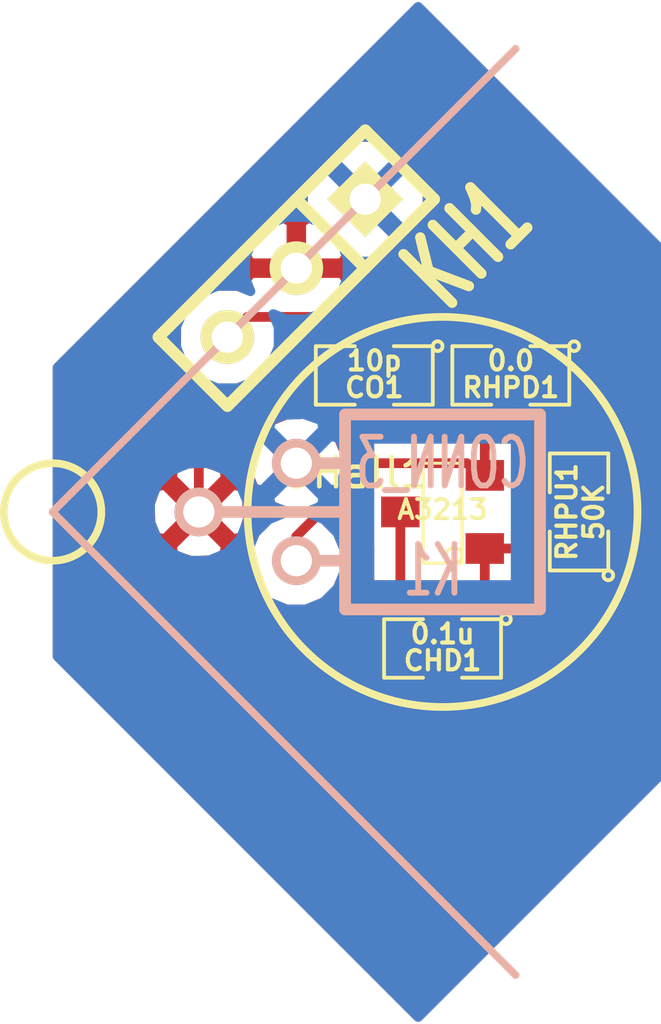
<source format=kicad_pcb>
(kicad_pcb (version 3) (host pcbnew "(2013-mar-25)-stable")

  (general
    (links 13)
    (no_connects 1)
    (area 49.429999 37.465 66.675001 64.135001)
    (thickness 1.6)
    (drawings 4)
    (tracks 26)
    (zones 0)
    (modules 7)
    (nets 5)
  )

  (page USLetter)
  (layers
    (15 F.Cu signal)
    (0 B.Cu signal)
    (16 B.Adhes user)
    (17 F.Adhes user)
    (18 B.Paste user)
    (19 F.Paste user)
    (20 B.SilkS user)
    (21 F.SilkS user)
    (22 B.Mask user)
    (23 F.Mask user)
    (24 Dwgs.User user)
    (25 Cmts.User user)
    (26 Eco1.User user)
    (27 Eco2.User user)
    (28 Edge.Cuts user)
  )

  (setup
    (last_trace_width 0.254)
    (trace_clearance 0.254)
    (zone_clearance 0.508)
    (zone_45_only no)
    (trace_min 0.1524)
    (segment_width 0.2)
    (edge_width 0.15)
    (via_size 0.889)
    (via_drill 0.635)
    (via_min_size 0.889)
    (via_min_drill 0.508)
    (uvia_size 0.508)
    (uvia_drill 0.127)
    (uvias_allowed no)
    (uvia_min_size 0.508)
    (uvia_min_drill 0.127)
    (pcb_text_width 0.3)
    (pcb_text_size 1 1)
    (mod_edge_width 0.15)
    (mod_text_size 1 1)
    (mod_text_width 0.15)
    (pad_size 1 1)
    (pad_drill 0.6)
    (pad_to_mask_clearance 0)
    (aux_axis_origin 50.8 50.8)
    (visible_elements 7FFFFFFF)
    (pcbplotparams
      (layerselection 271613953)
      (usegerberextensions false)
      (excludeedgelayer true)
      (linewidth 0)
      (plotframeref false)
      (viasonmask false)
      (mode 1)
      (useauxorigin false)
      (hpglpennumber 1)
      (hpglpenspeed 20)
      (hpglpendiameter 15)
      (hpglpenoverlay 2)
      (psnegative false)
      (psa4output false)
      (plotreference true)
      (plotvalue true)
      (plotothertext true)
      (plotinvisibletext false)
      (padsonsilk false)
      (subtractmaskfromsilk false)
      (outputformat 3)
      (mirror false)
      (drillshape 0)
      (scaleselection 1)
      (outputdirectory DXF/))
  )

  (net 0 "")
  (net 1 +5V)
  (net 2 /HALL)
  (net 3 /VOUT)
  (net 4 GND)

  (net_class Default "This is the default net class."
    (clearance 0.254)
    (trace_width 0.254)
    (via_dia 0.889)
    (via_drill 0.635)
    (uvia_dia 0.508)
    (uvia_drill 0.127)
    (add_net "")
    (add_net +5V)
    (add_net /HALL)
    (add_net /VOUT)
    (add_net GND)
  )

  (net_class "OSHPark Minimum" ""
    (clearance 0.1524)
    (trace_width 0.1524)
    (via_dia 0.889)
    (via_drill 0.635)
    (uvia_dia 0.508)
    (uvia_drill 0.3302)
  )

  (module SM0805 (layer F.Cu) (tedit 5091495C) (tstamp 524450E6)
    (at 59.182 47.244 180)
    (path /524444A3)
    (attr smd)
    (fp_text reference CO1 (at 0 -0.3175 180) (layer F.SilkS)
      (effects (font (size 0.50038 0.50038) (thickness 0.10922)))
    )
    (fp_text value 10p (at 0 0.381 180) (layer F.SilkS)
      (effects (font (size 0.50038 0.50038) (thickness 0.10922)))
    )
    (fp_circle (center -1.651 0.762) (end -1.651 0.635) (layer F.SilkS) (width 0.09906))
    (fp_line (start -0.508 0.762) (end -1.524 0.762) (layer F.SilkS) (width 0.09906))
    (fp_line (start -1.524 0.762) (end -1.524 -0.762) (layer F.SilkS) (width 0.09906))
    (fp_line (start -1.524 -0.762) (end -0.508 -0.762) (layer F.SilkS) (width 0.09906))
    (fp_line (start 0.508 -0.762) (end 1.524 -0.762) (layer F.SilkS) (width 0.09906))
    (fp_line (start 1.524 -0.762) (end 1.524 0.762) (layer F.SilkS) (width 0.09906))
    (fp_line (start 1.524 0.762) (end 0.508 0.762) (layer F.SilkS) (width 0.09906))
    (pad 1 smd rect (at -0.9525 0 180) (size 0.889 1.397)
      (layers F.Cu F.Paste F.Mask)
      (net 3 /VOUT)
    )
    (pad 2 smd rect (at 0.9525 0 180) (size 0.889 1.397)
      (layers F.Cu F.Paste F.Mask)
      (net 4 GND)
    )
    (model smd/chip_cms.wrl
      (at (xyz 0 0 0))
      (scale (xyz 0.1 0.1 0.1))
      (rotate (xyz 0 0 0))
    )
  )

  (module SM0805 (layer F.Cu) (tedit 5091495C) (tstamp 5244511A)
    (at 62.738 47.244 180)
    (path /52444269)
    (attr smd)
    (fp_text reference RHPD1 (at 0 -0.3175 180) (layer F.SilkS)
      (effects (font (size 0.50038 0.50038) (thickness 0.10922)))
    )
    (fp_text value 0.0 (at 0 0.381 180) (layer F.SilkS)
      (effects (font (size 0.50038 0.50038) (thickness 0.10922)))
    )
    (fp_circle (center -1.651 0.762) (end -1.651 0.635) (layer F.SilkS) (width 0.09906))
    (fp_line (start -0.508 0.762) (end -1.524 0.762) (layer F.SilkS) (width 0.09906))
    (fp_line (start -1.524 0.762) (end -1.524 -0.762) (layer F.SilkS) (width 0.09906))
    (fp_line (start -1.524 -0.762) (end -0.508 -0.762) (layer F.SilkS) (width 0.09906))
    (fp_line (start 0.508 -0.762) (end 1.524 -0.762) (layer F.SilkS) (width 0.09906))
    (fp_line (start 1.524 -0.762) (end 1.524 0.762) (layer F.SilkS) (width 0.09906))
    (fp_line (start 1.524 0.762) (end 0.508 0.762) (layer F.SilkS) (width 0.09906))
    (pad 1 smd rect (at -0.9525 0 180) (size 0.889 1.397)
      (layers F.Cu F.Paste F.Mask)
      (net 3 /VOUT)
    )
    (pad 2 smd rect (at 0.9525 0 180) (size 0.889 1.397)
      (layers F.Cu F.Paste F.Mask)
      (net 2 /HALL)
    )
    (model smd/chip_cms.wrl
      (at (xyz 0 0 0))
      (scale (xyz 0.1 0.1 0.1))
      (rotate (xyz 0 0 0))
    )
  )

  (module SM0805 (layer F.Cu) (tedit 5091495C) (tstamp 5244514E)
    (at 64.516 50.8 90)
    (path /524440E7)
    (attr smd)
    (fp_text reference RHPU1 (at 0 -0.3175 90) (layer F.SilkS)
      (effects (font (size 0.50038 0.50038) (thickness 0.10922)))
    )
    (fp_text value 50K (at 0 0.381 90) (layer F.SilkS)
      (effects (font (size 0.50038 0.50038) (thickness 0.10922)))
    )
    (fp_circle (center -1.651 0.762) (end -1.651 0.635) (layer F.SilkS) (width 0.09906))
    (fp_line (start -0.508 0.762) (end -1.524 0.762) (layer F.SilkS) (width 0.09906))
    (fp_line (start -1.524 0.762) (end -1.524 -0.762) (layer F.SilkS) (width 0.09906))
    (fp_line (start -1.524 -0.762) (end -0.508 -0.762) (layer F.SilkS) (width 0.09906))
    (fp_line (start 0.508 -0.762) (end 1.524 -0.762) (layer F.SilkS) (width 0.09906))
    (fp_line (start 1.524 -0.762) (end 1.524 0.762) (layer F.SilkS) (width 0.09906))
    (fp_line (start 1.524 0.762) (end 0.508 0.762) (layer F.SilkS) (width 0.09906))
    (pad 1 smd rect (at -0.9525 0 90) (size 0.889 1.397)
      (layers F.Cu F.Paste F.Mask)
      (net 1 +5V)
    )
    (pad 2 smd rect (at 0.9525 0 90) (size 0.889 1.397)
      (layers F.Cu F.Paste F.Mask)
      (net 3 /VOUT)
    )
    (model smd/chip_cms.wrl
      (at (xyz 0 0 0))
      (scale (xyz 0.1 0.1 0.1))
      (rotate (xyz 0 0 0))
    )
  )

  (module SOT23-SPECIAL (layer F.Cu) (tedit 52448C6B) (tstamp 52445055)
    (at 60.96 50.8 90)
    (descr "SZOT23 with PIN 2 and 3 swapped, for Diodes")
    (tags SOT23)
    (path /5244347B)
    (attr smd)
    (fp_text reference UHall1 (at 1.016 -2.286 180) (layer F.SilkS)
      (effects (font (size 0.762 0.762) (thickness 0.11938)))
    )
    (fp_text value A3213 (at 0.0635 0 180) (layer F.SilkS)
      (effects (font (size 0.50038 0.50038) (thickness 0.09906)))
    )
    (fp_circle (center -1.12522 0.29972) (end -1.12522 0.50038) (layer F.SilkS) (width 0.07874))
    (fp_line (start 1.27 -0.508) (end 1.27 0.508) (layer F.SilkS) (width 0.07874))
    (fp_line (start -1.3335 -0.508) (end -1.3335 0.508) (layer F.SilkS) (width 0.07874))
    (fp_line (start 1.27 0.508) (end -1.3335 0.508) (layer F.SilkS) (width 0.07874))
    (fp_line (start -1.3335 -0.508) (end 1.27 -0.508) (layer F.SilkS) (width 0.07874))
    (pad 2 smd rect (at 0 -1.09982 90) (size 0.8001 1.00076)
      (layers F.Cu F.Paste F.Mask)
      (net 4 GND)
    )
    (pad 3 smd rect (at 0.9525 1.09982 90) (size 0.8001 1.00076)
      (layers F.Cu F.Paste F.Mask)
      (net 2 /HALL)
    )
    (pad 1 smd rect (at -0.9525 1.09982 90) (size 0.8001 1.00076)
      (layers F.Cu F.Paste F.Mask)
      (net 1 +5V)
    )
    (model smd\SOT23_3.wrl
      (at (xyz 0 0 0))
      (scale (xyz 0.4 0.4 0.4))
      (rotate (xyz 0 0 180))
    )
  )

  (module SIL-3 (layer F.Cu) (tedit 5244E312) (tstamp 5244DDEE)
    (at 57.15 44.45 225)
    (descr "Connecteur 3 pins")
    (tags "CONN DEV")
    (path /5244802B)
    (fp_text reference KH1 (at -3.592102 -2.694077 225) (layer F.SilkS)
      (effects (font (size 1.7907 1.07696) (thickness 0.3048)))
    )
    (fp_text value CONN_3 (at 0 -2.54 225) (layer F.SilkS) hide
      (effects (font (size 1.524 1.016) (thickness 0.3048)))
    )
    (fp_line (start -3.81 1.27) (end -3.81 -1.27) (layer F.SilkS) (width 0.3048))
    (fp_line (start -3.81 -1.27) (end 3.81 -1.27) (layer F.SilkS) (width 0.3048))
    (fp_line (start 3.81 -1.27) (end 3.81 1.27) (layer F.SilkS) (width 0.3048))
    (fp_line (start 3.81 1.27) (end -3.81 1.27) (layer F.SilkS) (width 0.3048))
    (fp_line (start -1.27 -1.27) (end -1.27 1.27) (layer F.SilkS) (width 0.3048))
    (pad 1 thru_hole rect (at -2.54 0 225) (size 1.397 1.397) (drill 0.8128)
      (layers *.Cu *.Mask F.SilkS)
      (net 1 +5V)
    )
    (pad 2 thru_hole circle (at 0 0 225) (size 1.397 1.397) (drill 0.8128)
      (layers *.Cu *.Mask F.SilkS)
      (net 4 GND)
    )
    (pad 3 thru_hole circle (at 2.54 0 225) (size 1.397 1.397) (drill 0.8128)
      (layers *.Cu *.Mask F.SilkS)
      (net 3 /VOUT)
    )
  )

  (module SM0805 (layer F.Cu) (tedit 5091495C) (tstamp 5244508E)
    (at 60.96 54.356 180)
    (path /52443F3E)
    (attr smd)
    (fp_text reference CHD1 (at 0 -0.3175 180) (layer F.SilkS)
      (effects (font (size 0.50038 0.50038) (thickness 0.10922)))
    )
    (fp_text value 0.1u (at 0 0.381 180) (layer F.SilkS)
      (effects (font (size 0.50038 0.50038) (thickness 0.10922)))
    )
    (fp_circle (center -1.651 0.762) (end -1.651 0.635) (layer F.SilkS) (width 0.09906))
    (fp_line (start -0.508 0.762) (end -1.524 0.762) (layer F.SilkS) (width 0.09906))
    (fp_line (start -1.524 0.762) (end -1.524 -0.762) (layer F.SilkS) (width 0.09906))
    (fp_line (start -1.524 -0.762) (end -0.508 -0.762) (layer F.SilkS) (width 0.09906))
    (fp_line (start 0.508 -0.762) (end 1.524 -0.762) (layer F.SilkS) (width 0.09906))
    (fp_line (start 1.524 -0.762) (end 1.524 0.762) (layer F.SilkS) (width 0.09906))
    (fp_line (start 1.524 0.762) (end 0.508 0.762) (layer F.SilkS) (width 0.09906))
    (pad 1 smd rect (at -0.9525 0 180) (size 0.889 1.397)
      (layers F.Cu F.Paste F.Mask)
      (net 1 +5V)
    )
    (pad 2 smd rect (at 0.9525 0 180) (size 0.889 1.397)
      (layers F.Cu F.Paste F.Mask)
      (net 4 GND)
    )
    (model smd/chip_cms.wrl
      (at (xyz 0 0 0))
      (scale (xyz 0.1 0.1 0.1))
      (rotate (xyz 0 0 0))
    )
  )

  (module TO92H (layer B.Cu) (tedit 52448F4C) (tstamp 52448EC4)
    (at 55.88 50.8)
    (path /52449005)
    (fp_text reference K1 (at 4.826 1.524) (layer B.SilkS)
      (effects (font (size 1.27 0.762) (thickness 0.1524)) (justify mirror))
    )
    (fp_text value CONN_3 (at 5.08 -1.27) (layer B.SilkS)
      (effects (font (size 1.27 0.762) (thickness 0.1524)) (justify mirror))
    )
    (fp_line (start 2.54 2.54) (end 7.62 2.54) (layer B.SilkS) (width 0.3048))
    (fp_line (start 7.62 2.54) (end 7.62 -2.54) (layer B.SilkS) (width 0.3048))
    (fp_line (start 7.62 -2.54) (end 2.54 -2.54) (layer B.SilkS) (width 0.3048))
    (fp_line (start 2.54 -2.54) (end 2.54 2.54) (layer B.SilkS) (width 0.3048))
    (fp_line (start 1.27 1.27) (end 2.54 1.27) (layer B.SilkS) (width 0.3048))
    (fp_line (start -1.27 0) (end 2.54 0) (layer B.SilkS) (width 0.3048))
    (fp_line (start 1.27 -1.27) (end 2.54 -1.27) (layer B.SilkS) (width 0.3048))
    (pad 2 thru_hole circle (at -1.27 0) (size 1.27 1.27) (drill 0.8128)
      (layers *.Cu *.Mask B.SilkS)
      (net 4 GND)
    )
    (pad 1 thru_hole circle (at 1.27 -1.27) (size 1.27 1.27) (drill 0.8128)
      (layers *.Cu *.Mask B.SilkS)
      (net 1 +5V)
    )
    (pad 3 thru_hole circle (at 1.27 1.27) (size 1.27 1.27) (drill 0.8128)
      (layers *.Cu *.Mask B.SilkS)
      (net 2 /HALL)
    )
  )

  (gr_line (start 50.8 50.8) (end 62.865 62.865) (angle 90) (layer B.SilkS) (width 0.2))
  (gr_line (start 50.8 50.8) (end 62.865 38.735) (angle 90) (layer B.SilkS) (width 0.2))
  (gr_circle (center 60.96 50.8) (end 66.04 50.8) (layer F.SilkS) (width 0.2))
  (gr_circle (center 50.8 50.8) (end 52.07 50.8) (layer F.SilkS) (width 0.2))

  (segment (start 61.9125 54.356) (end 61.9125 55.979602) (width 0.254) (layer F.Cu) (net 1))
  (segment (start 61.9125 55.979602) (end 58.946051 58.946051) (width 0.254) (layer F.Cu) (net 1) (tstamp 5244E5E5))
  (segment (start 62.05982 51.7525) (end 62.05982 54.20868) (width 0.254) (layer F.Cu) (net 1))
  (segment (start 62.05982 54.20868) (end 61.9125 54.356) (width 0.254) (layer F.Cu) (net 1) (tstamp 5244E575))
  (segment (start 62.05982 51.7525) (end 64.516 51.7525) (width 0.254) (layer F.Cu) (net 1))
  (segment (start 57.15 52.07) (end 57.15 51.435) (width 0.254) (layer F.Cu) (net 2))
  (segment (start 61.595 49.53) (end 62.05982 49.8475) (width 0.254) (layer F.Cu) (net 2) (tstamp 5244E566))
  (segment (start 59.055 49.53) (end 61.595 49.53) (width 0.254) (layer F.Cu) (net 2) (tstamp 5244E55E))
  (segment (start 57.15 51.435) (end 59.055 49.53) (width 0.254) (layer F.Cu) (net 2) (tstamp 5244E551))
  (segment (start 62.05982 49.8475) (end 62.05982 47.51832) (width 0.254) (layer F.Cu) (net 2))
  (segment (start 62.05982 47.51832) (end 61.7855 47.244) (width 0.254) (layer F.Cu) (net 2) (tstamp 5244E548))
  (segment (start 64.516 49.8475) (end 64.516 48.0695) (width 0.254) (layer F.Cu) (net 3))
  (segment (start 64.516 48.0695) (end 63.6905 47.244) (width 0.254) (layer F.Cu) (net 3) (tstamp 5244EB93))
  (segment (start 60.1345 47.244) (end 60.1345 45.72) (width 0.254) (layer F.Cu) (net 3))
  (segment (start 60.1345 45.72) (end 60.325 45.72) (width 0.254) (layer F.Cu) (net 3) (tstamp 5244E524))
  (segment (start 55.88 45.72) (end 55.353949 46.246051) (width 0.254) (layer F.Cu) (net 3) (tstamp 5244E51C))
  (segment (start 62.1665 45.72) (end 60.325 45.72) (width 0.254) (layer F.Cu) (net 3) (tstamp 5244E502))
  (segment (start 60.325 45.72) (end 55.88 45.72) (width 0.254) (layer F.Cu) (net 3) (tstamp 5244E52B))
  (segment (start 64.516 48.0695) (end 62.1665 45.72) (width 0.254) (layer F.Cu) (net 3) (tstamp 5244E4FF))
  (segment (start 60.0075 54.356) (end 59.944 54.356) (width 0.254) (layer F.Cu) (net 4))
  (segment (start 59.944 54.356) (end 57.15 57.15) (width 0.254) (layer F.Cu) (net 4) (tstamp 5244E62C))
  (segment (start 58.2295 47.244) (end 56.261 47.244) (width 0.254) (layer F.Cu) (net 4))
  (segment (start 56.261 47.244) (end 54.61 48.895) (width 0.254) (layer F.Cu) (net 4) (tstamp 5244E5A3))
  (segment (start 54.61 48.895) (end 54.61 50.8) (width 0.254) (layer F.Cu) (net 4) (tstamp 5244E5AD))
  (segment (start 59.86018 50.8) (end 59.86018 54.20868) (width 0.254) (layer F.Cu) (net 4))
  (segment (start 59.86018 54.20868) (end 60.0075 54.356) (width 0.254) (layer F.Cu) (net 4) (tstamp 5244E58B))

  (zone (net 0) (net_name "") (layer F.Cu) (tstamp 52458F0A) (hatch edge 0.508)
    (connect_pads (clearance 0.508))
    (min_thickness 0.254)
    (keepout (tracks allowed) (vias allowed) (copperpour not_allowed))
    (fill (arc_segments 16) (thermal_gap 0.508) (thermal_bridge_width 0.508))
    (polygon
      (pts
        (xy 62.738 52.578) (xy 59.182 52.578) (xy 59.182 49.022) (xy 62.738 49.022)
      )
    )
  )
  (zone (net 0) (net_name "") (layer B.Cu) (tstamp 52458F1C) (hatch edge 0.508)
    (connect_pads (clearance 0.508))
    (min_thickness 0.254)
    (keepout (tracks allowed) (vias allowed) (copperpour not_allowed))
    (fill (arc_segments 16) (thermal_gap 0.508) (thermal_bridge_width 0.508))
    (polygon
      (pts
        (xy 62.738 52.578) (xy 59.182 52.578) (xy 59.182 49.022) (xy 62.738 49.022)
      )
    )
  )
  (zone (net 4) (net_name GND) (layer F.Cu) (tstamp 52463AFE) (hatch edge 0.508)
    (connect_pads (clearance 0.508))
    (min_thickness 0.254)
    (fill (arc_segments 16) (thermal_gap 0.508) (thermal_bridge_width 0.508))
    (polygon
      (pts
        (xy 66.675 57.785) (xy 62.23 62.23) (xy 60.325 64.135) (xy 50.8 54.61) (xy 50.8 50.8)
        (xy 50.8 47.625) (xy 50.8 46.99) (xy 60.325 37.465) (xy 62.23 39.37) (xy 66.675 43.815)
        (xy 66.675 57.785)
      )
    )
    (filled_polygon
      (pts
        (xy 66.548 57.732395) (xy 65.84961 58.430784) (xy 65.84961 52.071245) (xy 65.84961 51.182245) (xy 65.753141 50.948771)
        (xy 65.604526 50.799897) (xy 65.752513 50.652168) (xy 65.849389 50.418864) (xy 65.84961 50.166245) (xy 65.84961 49.277245)
        (xy 65.753141 49.043771) (xy 65.574668 48.864987) (xy 65.341364 48.768111) (xy 65.278 48.768055) (xy 65.278 48.0695)
        (xy 65.277999 48.069499) (xy 65.219996 47.777895) (xy 65.054815 47.530685) (xy 65.054815 47.530684) (xy 64.77011 47.245979)
        (xy 64.77011 46.419745) (xy 64.673641 46.186271) (xy 64.495168 46.007487) (xy 64.261864 45.910611) (xy 64.009245 45.91039)
        (xy 63.43452 45.91039) (xy 62.705315 45.181185) (xy 62.458105 45.016004) (xy 62.1665 44.958) (xy 60.568989 44.958)
        (xy 60.568989 42.528194) (xy 60.47252 42.294721) (xy 60.294048 42.115936) (xy 59.306219 41.128108) (xy 59.072914 41.031231)
        (xy 58.820296 41.031011) (xy 58.586823 41.12748) (xy 58.408038 41.305952) (xy 57.42021 42.293781) (xy 57.323333 42.527086)
        (xy 57.323113 42.779704) (xy 57.419582 43.013177) (xy 57.575604 43.169473) (xy 57.487198 43.132854) (xy 57.277 43.255861)
        (xy 57.277 44.143392) (xy 57.164141 44.256251) (xy 57.343749 44.435859) (xy 57.456608 44.323) (xy 58.344139 44.323)
        (xy 58.467146 44.112802) (xy 58.419506 44.013413) (xy 58.585883 44.17979) (xy 58.819188 44.276667) (xy 59.071806 44.276887)
        (xy 59.305279 44.180418) (xy 59.484064 44.001946) (xy 60.471892 43.014117) (xy 60.568769 42.780812) (xy 60.568989 42.528194)
        (xy 60.568989 44.958) (xy 60.325 44.958) (xy 60.1345 44.958) (xy 58.396397 44.958) (xy 58.467146 44.787198)
        (xy 58.344139 44.577) (xy 57.456608 44.577) (xy 57.343749 44.464141) (xy 57.164141 44.643749) (xy 57.277 44.756608)
        (xy 57.277 44.958) (xy 57.023 44.958) (xy 57.023 44.756608) (xy 57.135859 44.643749) (xy 57.023 44.53089)
        (xy 57.023 44.323) (xy 57.023 43.255861) (xy 56.812802 43.132854) (xy 56.33442 43.362156) (xy 55.980202 43.757072)
        (xy 55.832854 44.112802) (xy 55.955861 44.323) (xy 57.023 44.323) (xy 57.023 44.53089) (xy 56.956251 44.464141)
        (xy 56.843392 44.577) (xy 55.955861 44.577) (xy 55.832854 44.787198) (xy 55.914724 44.958) (xy 55.88 44.958)
        (xy 55.778079 44.978273) (xy 55.778078 44.978273) (xy 55.620362 44.912784) (xy 55.089863 44.912321) (xy 54.599569 45.114906)
        (xy 54.224123 45.489698) (xy 54.020682 45.979638) (xy 54.020219 46.510137) (xy 54.222804 47.000431) (xy 54.597596 47.375877)
        (xy 55.087536 47.579318) (xy 55.618035 47.579781) (xy 56.108329 47.377196) (xy 56.483775 47.002404) (xy 56.687216 46.512464)
        (xy 56.687242 46.482) (xy 57.150055 46.482) (xy 57.14989 46.671255) (xy 57.15 46.95825) (xy 57.30875 47.117)
        (xy 58.1025 47.117) (xy 58.1025 47.097) (xy 58.3565 47.097) (xy 58.3565 47.117) (xy 58.3765 47.117)
        (xy 58.3765 47.371) (xy 58.3565 47.371) (xy 58.3565 48.41875) (xy 58.51525 48.5775) (xy 58.799755 48.57761)
        (xy 59.033229 48.481141) (xy 59.182102 48.332526) (xy 59.329832 48.480513) (xy 59.563136 48.577389) (xy 59.815755 48.57761)
        (xy 60.704755 48.57761) (xy 60.938229 48.481141) (xy 60.959881 48.459526) (xy 60.980832 48.480513) (xy 61.214136 48.577389)
        (xy 61.29782 48.577462) (xy 61.29782 48.768) (xy 59.055 48.768) (xy 58.763395 48.826004) (xy 58.516184 48.991185)
        (xy 58.364274 49.143094) (xy 58.227281 48.811543) (xy 57.968719 48.55253) (xy 58.1025 48.41875) (xy 58.1025 47.371)
        (xy 57.30875 47.371) (xy 57.15 47.52975) (xy 57.14989 47.816745) (xy 57.150111 48.069364) (xy 57.229298 48.260069)
        (xy 56.89849 48.259781) (xy 56.431543 48.452719) (xy 56.073975 48.809664) (xy 55.880222 49.276273) (xy 55.879781 49.78151)
        (xy 56.072719 50.248457) (xy 56.429664 50.606025) (xy 56.762951 50.744418) (xy 56.611185 50.896185) (xy 56.590594 50.927)
        (xy 56.431543 50.992719) (xy 56.073975 51.349664) (xy 55.892679 51.786273) (xy 55.892679 50.977335) (xy 55.862904 50.472976)
        (xy 55.727178 50.145304) (xy 55.498132 50.091473) (xy 55.318527 50.271078) (xy 55.318527 49.911868) (xy 55.264696 49.682822)
        (xy 54.787335 49.517321) (xy 54.282976 49.547096) (xy 53.955304 49.682822) (xy 53.901473 49.911868) (xy 54.61 50.620395)
        (xy 55.318527 49.911868) (xy 55.318527 50.271078) (xy 54.789605 50.8) (xy 55.498132 51.508527) (xy 55.727178 51.454696)
        (xy 55.892679 50.977335) (xy 55.892679 51.786273) (xy 55.880222 51.816273) (xy 55.879781 52.32151) (xy 56.072719 52.788457)
        (xy 56.429664 53.146025) (xy 56.896273 53.339778) (xy 57.40151 53.340219) (xy 57.868457 53.147281) (xy 58.226025 52.790336)
        (xy 58.419778 52.323727) (xy 58.420219 51.81849) (xy 58.251784 51.410845) (xy 58.735627 50.927002) (xy 58.883548 50.927002)
        (xy 58.7248 51.08575) (xy 58.72469 51.325805) (xy 58.821159 51.559279) (xy 58.999632 51.738063) (xy 59.055 51.761053)
        (xy 59.055 52.705) (xy 61.23404 52.705) (xy 61.29782 52.731483) (xy 61.29782 53.040745) (xy 61.108771 53.118859)
        (xy 60.96 53.267371) (xy 60.811229 53.118859) (xy 60.577755 53.02239) (xy 60.29325 53.0225) (xy 60.1345 53.18125)
        (xy 60.1345 54.229) (xy 60.1545 54.229) (xy 60.1545 54.483) (xy 60.1345 54.483) (xy 60.1345 55.53075)
        (xy 60.29325 55.6895) (xy 60.577755 55.68961) (xy 60.811229 55.593141) (xy 60.960102 55.444526) (xy 61.107832 55.592513)
        (xy 61.1505 55.61023) (xy 61.1505 55.663971) (xy 59.8805 56.933971) (xy 59.8805 55.53075) (xy 59.8805 54.483)
        (xy 59.8805 54.229) (xy 59.8805 53.18125) (xy 59.72175 53.0225) (xy 59.437245 53.02239) (xy 59.203771 53.118859)
        (xy 59.024987 53.297332) (xy 58.928111 53.530636) (xy 58.92789 53.783255) (xy 58.928 54.07025) (xy 59.08675 54.229)
        (xy 59.8805 54.229) (xy 59.8805 54.483) (xy 59.08675 54.483) (xy 58.928 54.64175) (xy 58.92789 54.928745)
        (xy 58.928111 55.181364) (xy 59.024987 55.414668) (xy 59.203771 55.593141) (xy 59.437245 55.68961) (xy 59.72175 55.6895)
        (xy 59.8805 55.53075) (xy 59.8805 56.933971) (xy 58.407236 58.407236) (xy 58.242055 58.654447) (xy 58.184052 58.946051)
        (xy 58.242055 59.237655) (xy 58.407236 59.484866) (xy 58.654447 59.650047) (xy 58.946051 59.70805) (xy 59.237655 59.650047)
        (xy 59.484866 59.484866) (xy 62.451315 56.518418) (xy 62.451315 56.518417) (xy 62.616496 56.271207) (xy 62.674499 55.979602)
        (xy 62.6745 55.979602) (xy 62.6745 55.610382) (xy 62.716229 55.593141) (xy 62.895013 55.414668) (xy 62.991889 55.181364)
        (xy 62.99211 54.928745) (xy 62.99211 53.531745) (xy 62.895641 53.298271) (xy 62.82182 53.224321) (xy 62.82182 52.731522)
        (xy 62.919429 52.691191) (xy 63.096427 52.5145) (xy 63.261617 52.5145) (xy 63.278859 52.556229) (xy 63.457332 52.735013)
        (xy 63.690636 52.831889) (xy 63.943255 52.83211) (xy 65.340255 52.83211) (xy 65.573729 52.735641) (xy 65.752513 52.557168)
        (xy 65.849389 52.323864) (xy 65.84961 52.071245) (xy 65.84961 58.430784) (xy 62.140197 62.140197) (xy 60.325 63.955395)
        (xy 55.318527 58.948922) (xy 55.318527 51.688132) (xy 54.61 50.979605) (xy 54.430395 51.15921) (xy 54.430395 50.8)
        (xy 53.721868 50.091473) (xy 53.492822 50.145304) (xy 53.327321 50.622665) (xy 53.357096 51.127024) (xy 53.492822 51.454696)
        (xy 53.721868 51.508527) (xy 54.430395 50.8) (xy 54.430395 51.15921) (xy 53.901473 51.688132) (xy 53.955304 51.917178)
        (xy 54.432665 52.082679) (xy 54.937024 52.052904) (xy 55.264696 51.917178) (xy 55.318527 51.688132) (xy 55.318527 58.948922)
        (xy 50.927 54.557395) (xy 50.927 50.8) (xy 50.927 47.625) (xy 50.927 47.042605) (xy 60.325 37.644605)
        (xy 62.140197 39.459803) (xy 66.548 43.867605) (xy 66.548 57.732395)
      )
    )
  )
  (zone (net 1) (net_name +5V) (layer B.Cu) (tstamp 52463B11) (hatch edge 0.508)
    (connect_pads (clearance 0.508))
    (min_thickness 0.254)
    (fill (arc_segments 16) (thermal_gap 0.508) (thermal_bridge_width 0.508))
    (polygon
      (pts
        (xy 66.675 57.785) (xy 62.23 62.23) (xy 60.325 64.135) (xy 50.8 54.61) (xy 50.8 53.975)
        (xy 50.8 50.8) (xy 50.8 46.99) (xy 60.325 37.465) (xy 62.23 39.37) (xy 66.675 43.815)
        (xy 66.675 57.785)
      )
    )
    (filled_polygon
      (pts
        (xy 66.548 57.732395) (xy 62.865 61.415394) (xy 62.865 52.705) (xy 62.865 48.895) (xy 60.568989 48.895)
        (xy 60.568989 42.528194) (xy 60.47252 42.294721) (xy 60.294048 42.115936) (xy 60.091034 41.913078) (xy 59.866527 41.913078)
        (xy 59.686922 42.092683) (xy 59.686922 41.733473) (xy 59.686922 41.508966) (xy 59.484064 41.305952) (xy 59.305279 41.12748)
        (xy 59.071806 41.031011) (xy 58.819188 41.031231) (xy 58.585883 41.128108) (xy 58.20518 41.508966) (xy 58.20518 41.733473)
        (xy 58.946051 42.474344) (xy 59.686922 41.733473) (xy 59.686922 42.092683) (xy 59.125656 42.653949) (xy 59.866527 43.39482)
        (xy 60.091034 43.39482) (xy 60.471892 43.014117) (xy 60.568769 42.780812) (xy 60.568989 42.528194) (xy 60.568989 48.895)
        (xy 59.686922 48.895) (xy 59.686922 43.798932) (xy 59.686922 43.574425) (xy 58.946051 42.833554) (xy 58.931908 42.847696)
        (xy 58.752303 42.668091) (xy 58.766446 42.653949) (xy 58.025575 41.913078) (xy 57.801068 41.913078) (xy 57.42021 42.293781)
        (xy 57.323333 42.527086) (xy 57.323113 42.779704) (xy 57.419582 43.013177) (xy 57.598054 43.191962) (xy 57.598387 43.192295)
        (xy 57.416413 43.116733) (xy 56.885914 43.11627) (xy 56.39562 43.318855) (xy 56.020174 43.693647) (xy 55.816733 44.183587)
        (xy 55.81627 44.714086) (xy 55.955947 45.052131) (xy 55.620362 44.912784) (xy 55.089863 44.912321) (xy 54.599569 45.114906)
        (xy 54.224123 45.489698) (xy 54.020682 45.979638) (xy 54.020219 46.510137) (xy 54.222804 47.000431) (xy 54.597596 47.375877)
        (xy 55.087536 47.579318) (xy 55.618035 47.579781) (xy 56.108329 47.377196) (xy 56.483775 47.002404) (xy 56.687216 46.512464)
        (xy 56.687679 45.981965) (xy 56.548001 45.643919) (xy 56.883587 45.783267) (xy 57.414086 45.78373) (xy 57.90438 45.581145)
        (xy 58.279826 45.206353) (xy 58.483267 44.716413) (xy 58.48373 44.185914) (xy 58.407489 44.001396) (xy 58.408038 44.001946)
        (xy 58.586823 44.180418) (xy 58.820296 44.276887) (xy 59.072914 44.276667) (xy 59.306219 44.17979) (xy 59.686922 43.798932)
        (xy 59.686922 48.895) (xy 59.055 48.895) (xy 59.055 52.705) (xy 62.865 52.705) (xy 62.865 61.415394)
        (xy 62.140197 62.140197) (xy 60.325 63.955395) (xy 58.432679 62.063074) (xy 58.432679 49.707335) (xy 58.402904 49.202976)
        (xy 58.267178 48.875304) (xy 58.038132 48.821473) (xy 57.858527 49.001078) (xy 57.858527 48.641868) (xy 57.804696 48.412822)
        (xy 57.327335 48.247321) (xy 56.822976 48.277096) (xy 56.495304 48.412822) (xy 56.441473 48.641868) (xy 57.15 49.350395)
        (xy 57.858527 48.641868) (xy 57.858527 49.001078) (xy 57.329605 49.53) (xy 58.038132 50.238527) (xy 58.267178 50.184696)
        (xy 58.432679 49.707335) (xy 58.432679 62.063074) (xy 58.420219 62.050614) (xy 58.420219 51.81849) (xy 58.227281 51.351543)
        (xy 57.870336 50.993975) (xy 57.403727 50.800222) (xy 57.18688 50.800032) (xy 57.477024 50.782904) (xy 57.804696 50.647178)
        (xy 57.858527 50.418132) (xy 57.15 49.709605) (xy 56.970395 49.88921) (xy 56.970395 49.53) (xy 56.261868 48.821473)
        (xy 56.032822 48.875304) (xy 55.867321 49.352665) (xy 55.897096 49.857024) (xy 56.032822 50.184696) (xy 56.261868 50.238527)
        (xy 56.970395 49.53) (xy 56.970395 49.88921) (xy 56.441473 50.418132) (xy 56.495304 50.647178) (xy 56.935556 50.799813)
        (xy 56.89849 50.799781) (xy 56.431543 50.992719) (xy 56.073975 51.349664) (xy 55.880222 51.816273) (xy 55.880219 51.819709)
        (xy 55.880219 50.54849) (xy 55.687281 50.081543) (xy 55.330336 49.723975) (xy 54.863727 49.530222) (xy 54.35849 49.529781)
        (xy 53.891543 49.722719) (xy 53.533975 50.079664) (xy 53.340222 50.546273) (xy 53.339781 51.05151) (xy 53.532719 51.518457)
        (xy 53.889664 51.876025) (xy 54.356273 52.069778) (xy 54.86151 52.070219) (xy 55.328457 51.877281) (xy 55.686025 51.520336)
        (xy 55.879778 51.053727) (xy 55.880219 50.54849) (xy 55.880219 51.819709) (xy 55.879781 52.32151) (xy 56.072719 52.788457)
        (xy 56.429664 53.146025) (xy 56.896273 53.339778) (xy 57.40151 53.340219) (xy 57.868457 53.147281) (xy 58.226025 52.790336)
        (xy 58.419778 52.323727) (xy 58.420219 51.81849) (xy 58.420219 62.050614) (xy 50.927 54.557395) (xy 50.927 53.975)
        (xy 50.927 50.8) (xy 50.927 47.042605) (xy 60.325 37.644605) (xy 62.140197 39.459803) (xy 66.548 43.867605)
        (xy 66.548 57.732395)
      )
    )
  )
)

</source>
